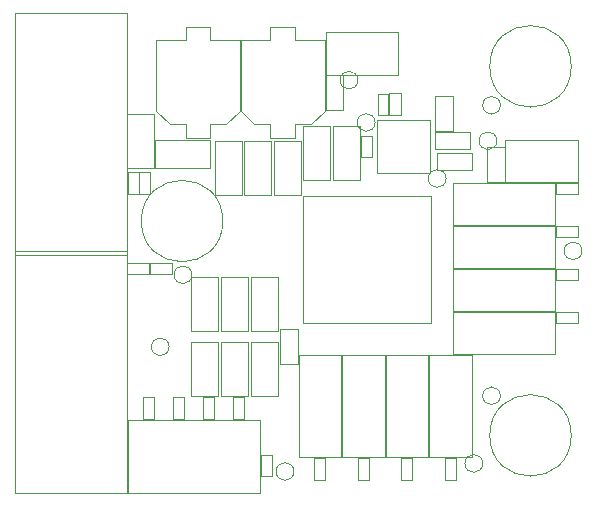
<source format=gbr>
%TF.GenerationSoftware,KiCad,Pcbnew,6.0.1-79c1e3a40b~116~ubuntu20.04.1*%
%TF.CreationDate,2022-01-22T21:44:11+01:00*%
%TF.ProjectId,Step_Down_Converter,53746570-5f44-46f7-976e-5f436f6e7665,rev?*%
%TF.SameCoordinates,Original*%
%TF.FileFunction,Other,User*%
%FSLAX46Y46*%
G04 Gerber Fmt 4.6, Leading zero omitted, Abs format (unit mm)*
G04 Created by KiCad (PCBNEW 6.0.1-79c1e3a40b~116~ubuntu20.04.1) date 2022-01-22 21:44:12*
%MOMM*%
%LPD*%
G01*
G04 APERTURE LIST*
%ADD10C,0.050000*%
G04 APERTURE END LIST*
D10*
X190750000Y-112100000D02*
X196900000Y-112100000D01*
X196900000Y-108500000D02*
X190750000Y-108500000D01*
X196900000Y-112100000D02*
X196900000Y-108500000D01*
X190750000Y-108500000D02*
X190750000Y-112100000D01*
X200045000Y-116880000D02*
X200045000Y-113920000D01*
X201505000Y-116880000D02*
X200045000Y-116880000D01*
X200045000Y-113920000D02*
X201505000Y-113920000D01*
X201505000Y-113920000D02*
X201505000Y-116880000D01*
X173970000Y-128030000D02*
X175830000Y-128030000D01*
X173970000Y-128970000D02*
X173970000Y-128030000D01*
X175830000Y-128030000D02*
X175830000Y-128970000D01*
X175830000Y-128970000D02*
X173970000Y-128970000D01*
X183850000Y-117700000D02*
X186150000Y-117700000D01*
X183850000Y-122300000D02*
X183850000Y-117700000D01*
X186150000Y-117700000D02*
X186150000Y-122300000D01*
X186150000Y-122300000D02*
X183850000Y-122300000D01*
X174920000Y-120345000D02*
X174920000Y-122205000D01*
X174920000Y-122205000D02*
X173980000Y-122205000D01*
X173980000Y-120345000D02*
X174920000Y-120345000D01*
X173980000Y-122205000D02*
X173980000Y-120345000D01*
X193650000Y-116450000D02*
X193650000Y-121050000D01*
X191350000Y-121050000D02*
X191350000Y-116450000D01*
X193650000Y-121050000D02*
X191350000Y-121050000D01*
X191350000Y-116450000D02*
X193650000Y-116450000D01*
X211550000Y-111400000D02*
G75*
G03*
X211550000Y-111400000I-3450000J0D01*
G01*
X175870000Y-128970000D02*
X175870000Y-128030000D01*
X177730000Y-128030000D02*
X177730000Y-128970000D01*
X175870000Y-128030000D02*
X177730000Y-128030000D01*
X177730000Y-128970000D02*
X175870000Y-128970000D01*
X193475000Y-144570000D02*
X194415000Y-144570000D01*
X194415000Y-146430000D02*
X193475000Y-146430000D01*
X193475000Y-146430000D02*
X193475000Y-144570000D01*
X194415000Y-144570000D02*
X194415000Y-146430000D01*
X177500000Y-135150000D02*
G75*
G03*
X177500000Y-135150000I-750000J0D01*
G01*
X201558000Y-128550000D02*
X201558000Y-132150000D01*
X210208000Y-128550000D02*
X201558000Y-128550000D01*
X201558000Y-132150000D02*
X210208000Y-132150000D01*
X210208000Y-132150000D02*
X210208000Y-128550000D01*
X190675000Y-115150000D02*
X190675000Y-109200000D01*
X188175000Y-116300000D02*
X189525000Y-116300000D01*
X189525000Y-116300000D02*
X190675000Y-115150000D01*
X184725000Y-116300000D02*
X183575000Y-115150000D01*
X184725000Y-116300000D02*
X186075000Y-116300000D01*
X186075000Y-108050000D02*
X188175000Y-108050000D01*
X183575000Y-115150000D02*
X183575000Y-109200000D01*
X188175000Y-117450000D02*
X188175000Y-116300000D01*
X186075000Y-116300000D02*
X186075000Y-117450000D01*
X186075000Y-109200000D02*
X186075000Y-108050000D01*
X188175000Y-109200000D02*
X190675000Y-109200000D01*
X183575000Y-109200000D02*
X186075000Y-109200000D01*
X186075000Y-117450000D02*
X188175000Y-117450000D01*
X188175000Y-108050000D02*
X188175000Y-109200000D01*
X197095000Y-113695000D02*
X197095000Y-115555000D01*
X196155000Y-113695000D02*
X197095000Y-113695000D01*
X197095000Y-115555000D02*
X196155000Y-115555000D01*
X196155000Y-115555000D02*
X196155000Y-113695000D01*
X190732000Y-146430000D02*
X189792000Y-146430000D01*
X189792000Y-146430000D02*
X189792000Y-144570000D01*
X190732000Y-144570000D02*
X190732000Y-146430000D01*
X189792000Y-144570000D02*
X190732000Y-144570000D01*
X192145000Y-144500000D02*
X195745000Y-144500000D01*
X192145000Y-135850000D02*
X192145000Y-144500000D01*
X195745000Y-144500000D02*
X195745000Y-135850000D01*
X195745000Y-135850000D02*
X192145000Y-135850000D01*
X212130000Y-132205000D02*
X212130000Y-133145000D01*
X210270000Y-132205000D02*
X212130000Y-132205000D01*
X210270000Y-133145000D02*
X210270000Y-132205000D01*
X212130000Y-133145000D02*
X210270000Y-133145000D01*
X205550000Y-139300000D02*
G75*
G03*
X205550000Y-139300000I-750000J0D01*
G01*
X181675000Y-133850000D02*
X179375000Y-133850000D01*
X179375000Y-133850000D02*
X179375000Y-129250000D01*
X179375000Y-129250000D02*
X181675000Y-129250000D01*
X181675000Y-129250000D02*
X181675000Y-133850000D01*
X195149000Y-113715000D02*
X196069000Y-113715000D01*
X196069000Y-115535000D02*
X195149000Y-115535000D01*
X196069000Y-113715000D02*
X196069000Y-115535000D01*
X195149000Y-115535000D02*
X195149000Y-113715000D01*
X176245000Y-139431000D02*
X176245000Y-141291000D01*
X176245000Y-141291000D02*
X175305000Y-141291000D01*
X175305000Y-141291000D02*
X175305000Y-139431000D01*
X175305000Y-139431000D02*
X176245000Y-139431000D01*
X205905000Y-118220000D02*
X205905000Y-121180000D01*
X204445000Y-118220000D02*
X205905000Y-118220000D01*
X205905000Y-121180000D02*
X204445000Y-121180000D01*
X204445000Y-121180000D02*
X204445000Y-118220000D01*
X201558000Y-132200000D02*
X201558000Y-135800000D01*
X210208000Y-135800000D02*
X210208000Y-132200000D01*
X210208000Y-132200000D02*
X201558000Y-132200000D01*
X201558000Y-135800000D02*
X210208000Y-135800000D01*
X181915000Y-129250000D02*
X184215000Y-129250000D01*
X184215000Y-129250000D02*
X184215000Y-133850000D01*
X184215000Y-133850000D02*
X181915000Y-133850000D01*
X181915000Y-133850000D02*
X181915000Y-129250000D01*
X188856500Y-122356500D02*
X199643500Y-122356500D01*
X199643500Y-122356500D02*
X199643500Y-133143500D01*
X199643500Y-133143500D02*
X188856500Y-133143500D01*
X188856500Y-133143500D02*
X188856500Y-122356500D01*
X180385000Y-139431000D02*
X181325000Y-139431000D01*
X180385000Y-141291000D02*
X180385000Y-139431000D01*
X181325000Y-141291000D02*
X180385000Y-141291000D01*
X181325000Y-139431000D02*
X181325000Y-141291000D01*
X210208000Y-121250000D02*
X201558000Y-121250000D01*
X210208000Y-124850000D02*
X210208000Y-121250000D01*
X201558000Y-121250000D02*
X201558000Y-124850000D01*
X201558000Y-124850000D02*
X210208000Y-124850000D01*
X184215000Y-134750000D02*
X184215000Y-139350000D01*
X184215000Y-139350000D02*
X181915000Y-139350000D01*
X181915000Y-139350000D02*
X181915000Y-134750000D01*
X181915000Y-134750000D02*
X184215000Y-134750000D01*
X198098000Y-144570000D02*
X198098000Y-146430000D01*
X197158000Y-144570000D02*
X198098000Y-144570000D01*
X197158000Y-146430000D02*
X197158000Y-144570000D01*
X198098000Y-146430000D02*
X197158000Y-146430000D01*
X188650000Y-122300000D02*
X186350000Y-122300000D01*
X186350000Y-117700000D02*
X188650000Y-117700000D01*
X186350000Y-122300000D02*
X186350000Y-117700000D01*
X188650000Y-117700000D02*
X188650000Y-122300000D01*
X199511000Y-135850000D02*
X199511000Y-144500000D01*
X203111000Y-144500000D02*
X203111000Y-135850000D01*
X199511000Y-144500000D02*
X203111000Y-144500000D01*
X203111000Y-135850000D02*
X199511000Y-135850000D01*
X190745000Y-115130000D02*
X190745000Y-112170000D01*
X192205000Y-115130000D02*
X190745000Y-115130000D01*
X190745000Y-112170000D02*
X192205000Y-112170000D01*
X192205000Y-112170000D02*
X192205000Y-115130000D01*
X183865000Y-139431000D02*
X183865000Y-141291000D01*
X183865000Y-141291000D02*
X182925000Y-141291000D01*
X182925000Y-141291000D02*
X182925000Y-139431000D01*
X182925000Y-139431000D02*
X183865000Y-139431000D01*
X176225000Y-115400000D02*
X176225000Y-120000000D01*
X173925000Y-120000000D02*
X173925000Y-115400000D01*
X176225000Y-120000000D02*
X173925000Y-120000000D01*
X173925000Y-115400000D02*
X176225000Y-115400000D01*
X205250000Y-117700000D02*
G75*
G03*
X205250000Y-117700000I-750000J0D01*
G01*
X201558000Y-124900000D02*
X201558000Y-128500000D01*
X210208000Y-128500000D02*
X210208000Y-124900000D01*
X201558000Y-128500000D02*
X210208000Y-128500000D01*
X210208000Y-124900000D02*
X201558000Y-124900000D01*
X186755000Y-134750000D02*
X186755000Y-139350000D01*
X184455000Y-139350000D02*
X184455000Y-134750000D01*
X184455000Y-134750000D02*
X186755000Y-134750000D01*
X186755000Y-139350000D02*
X184455000Y-139350000D01*
X186200800Y-144310000D02*
X186200800Y-146130000D01*
X185280800Y-146130000D02*
X185280800Y-144310000D01*
X186200800Y-146130000D02*
X185280800Y-146130000D01*
X185280800Y-144310000D02*
X186200800Y-144310000D01*
X205975000Y-121200000D02*
X212125000Y-121200000D01*
X212125000Y-121200000D02*
X212125000Y-117600000D01*
X212125000Y-117600000D02*
X205975000Y-117600000D01*
X205975000Y-117600000D02*
X205975000Y-121200000D01*
X188065600Y-145700000D02*
G75*
G03*
X188065600Y-145700000I-750000J0D01*
G01*
X205550000Y-114700000D02*
G75*
G03*
X205550000Y-114700000I-750000J0D01*
G01*
X179375000Y-134750000D02*
X181675000Y-134750000D01*
X179375000Y-139350000D02*
X179375000Y-134750000D01*
X181675000Y-139350000D02*
X179375000Y-139350000D01*
X181675000Y-134750000D02*
X181675000Y-139350000D01*
X186917000Y-136586000D02*
X186917000Y-133626000D01*
X188377000Y-133626000D02*
X188377000Y-136586000D01*
X188377000Y-136586000D02*
X186917000Y-136586000D01*
X186917000Y-133626000D02*
X188377000Y-133626000D01*
X164412500Y-147500000D02*
X164412500Y-127000000D01*
X173912500Y-127000000D02*
X173912500Y-147500000D01*
X173912500Y-147500000D02*
X164412500Y-147500000D01*
X164412500Y-127000000D02*
X173912500Y-127000000D01*
X195112750Y-115937500D02*
X195112750Y-120437500D01*
X195112750Y-120437500D02*
X199612750Y-120437500D01*
X199612750Y-120437500D02*
X199612750Y-115937500D01*
X199612750Y-115937500D02*
X195112750Y-115937500D01*
X203005000Y-116945000D02*
X203005000Y-118405000D01*
X203005000Y-118405000D02*
X200045000Y-118405000D01*
X200045000Y-116945000D02*
X203005000Y-116945000D01*
X200045000Y-118405000D02*
X200045000Y-116945000D01*
X182050000Y-124500000D02*
G75*
G03*
X182050000Y-124500000I-3450000J0D01*
G01*
X204050000Y-145025000D02*
G75*
G03*
X204050000Y-145025000I-750000J0D01*
G01*
X193727750Y-119097500D02*
X193727750Y-117277500D01*
X193727750Y-117277500D02*
X194647750Y-117277500D01*
X194647750Y-119097500D02*
X193727750Y-119097500D01*
X194647750Y-117277500D02*
X194647750Y-119097500D01*
X212460000Y-127025000D02*
G75*
G03*
X212460000Y-127025000I-750000J0D01*
G01*
X175920000Y-122205000D02*
X174980000Y-122205000D01*
X175920000Y-120345000D02*
X175920000Y-122205000D01*
X174980000Y-122205000D02*
X174980000Y-120345000D01*
X174980000Y-120345000D02*
X175920000Y-120345000D01*
X179425000Y-129050000D02*
G75*
G03*
X179425000Y-129050000I-750000J0D01*
G01*
X212130000Y-124905000D02*
X212130000Y-125845000D01*
X210270000Y-125845000D02*
X210270000Y-124905000D01*
X210270000Y-124905000D02*
X212130000Y-124905000D01*
X212130000Y-125845000D02*
X210270000Y-125845000D01*
X173985000Y-141350000D02*
X173985000Y-147500000D01*
X173985000Y-147500000D02*
X185185000Y-147500000D01*
X185185000Y-147500000D02*
X185185000Y-141350000D01*
X185185000Y-141350000D02*
X173985000Y-141350000D01*
X177845000Y-141291000D02*
X177845000Y-139431000D01*
X178785000Y-139431000D02*
X178785000Y-141291000D01*
X178785000Y-141291000D02*
X177845000Y-141291000D01*
X177845000Y-139431000D02*
X178785000Y-139431000D01*
X164412500Y-106850000D02*
X173912500Y-106850000D01*
X173912500Y-106850000D02*
X173912500Y-127350000D01*
X164412500Y-127350000D02*
X164412500Y-106850000D01*
X173912500Y-127350000D02*
X164412500Y-127350000D01*
X193475000Y-112575000D02*
G75*
G03*
X193475000Y-112575000I-750000J0D01*
G01*
X199428000Y-144500000D02*
X199428000Y-135850000D01*
X195828000Y-135850000D02*
X195828000Y-144500000D01*
X199428000Y-135850000D02*
X195828000Y-135850000D01*
X195828000Y-144500000D02*
X199428000Y-144500000D01*
X191150000Y-116450000D02*
X191150000Y-121050000D01*
X191150000Y-121050000D02*
X188850000Y-121050000D01*
X188850000Y-121050000D02*
X188850000Y-116450000D01*
X188850000Y-116450000D02*
X191150000Y-116450000D01*
X181000000Y-120000000D02*
X176300000Y-120000000D01*
X176300000Y-117600000D02*
X181000000Y-117600000D01*
X181000000Y-117600000D02*
X181000000Y-120000000D01*
X176300000Y-120000000D02*
X176300000Y-117600000D01*
X200950000Y-120900000D02*
G75*
G03*
X200950000Y-120900000I-750000J0D01*
G01*
X178900000Y-108050000D02*
X181000000Y-108050000D01*
X183500000Y-115150000D02*
X183500000Y-109200000D01*
X181000000Y-108050000D02*
X181000000Y-109200000D01*
X181000000Y-117450000D02*
X181000000Y-116300000D01*
X182350000Y-116300000D02*
X183500000Y-115150000D01*
X178900000Y-116300000D02*
X178900000Y-117450000D01*
X181000000Y-116300000D02*
X182350000Y-116300000D01*
X177550000Y-116300000D02*
X178900000Y-116300000D01*
X178900000Y-109200000D02*
X178900000Y-108050000D01*
X181000000Y-109200000D02*
X183500000Y-109200000D01*
X176400000Y-115150000D02*
X176400000Y-109200000D01*
X176400000Y-109200000D02*
X178900000Y-109200000D01*
X178900000Y-117450000D02*
X181000000Y-117450000D01*
X177550000Y-116300000D02*
X176400000Y-115150000D01*
X181350000Y-117700000D02*
X183650000Y-117700000D01*
X183650000Y-117700000D02*
X183650000Y-122300000D01*
X183650000Y-122300000D02*
X181350000Y-122300000D01*
X181350000Y-122300000D02*
X181350000Y-117700000D01*
X210270000Y-122195000D02*
X210270000Y-121255000D01*
X212130000Y-121255000D02*
X212130000Y-122195000D01*
X212130000Y-122195000D02*
X210270000Y-122195000D01*
X210270000Y-121255000D02*
X212130000Y-121255000D01*
X192062000Y-144500000D02*
X192062000Y-135850000D01*
X188462000Y-135850000D02*
X188462000Y-144500000D01*
X188462000Y-144500000D02*
X192062000Y-144500000D01*
X192062000Y-135850000D02*
X188462000Y-135850000D01*
X200841000Y-144570000D02*
X201781000Y-144570000D01*
X201781000Y-144570000D02*
X201781000Y-146430000D01*
X200841000Y-146430000D02*
X200841000Y-144570000D01*
X201781000Y-146430000D02*
X200841000Y-146430000D01*
X194937750Y-116155500D02*
G75*
G03*
X194937750Y-116155500I-750000J0D01*
G01*
X184455000Y-129250000D02*
X186755000Y-129250000D01*
X184455000Y-133850000D02*
X184455000Y-129250000D01*
X186755000Y-129250000D02*
X186755000Y-133850000D01*
X186755000Y-133850000D02*
X184455000Y-133850000D01*
X212130000Y-129495000D02*
X210270000Y-129495000D01*
X210270000Y-129495000D02*
X210270000Y-128555000D01*
X212130000Y-128555000D02*
X212130000Y-129495000D01*
X210270000Y-128555000D02*
X212130000Y-128555000D01*
X211550000Y-142650000D02*
G75*
G03*
X211550000Y-142650000I-3450000J0D01*
G01*
X203160750Y-120180000D02*
X200200750Y-120180000D01*
X203160750Y-118720000D02*
X203160750Y-120180000D01*
X200200750Y-120180000D02*
X200200750Y-118720000D01*
X200200750Y-118720000D02*
X203160750Y-118720000D01*
M02*

</source>
